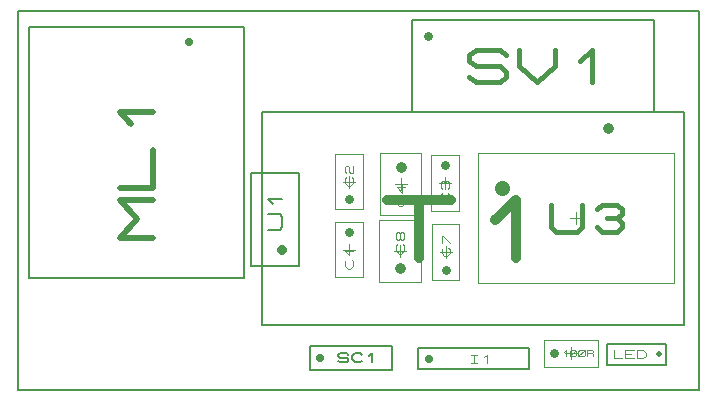
<source format=gbr>
G04 PROTEUS GERBER X2 FILE*
%TF.GenerationSoftware,Labcenter,Proteus,8.15-SP1-Build34318*%
%TF.CreationDate,2024-05-26T10:12:06+00:00*%
%TF.FileFunction,AssemblyDrawing,Top*%
%TF.FilePolarity,Positive*%
%TF.Part,Single*%
%TF.SameCoordinates,{c1c5c1e2-d9f3-4829-891e-9e67f3fcbee4}*%
%FSLAX45Y45*%
%MOMM*%
G01*
%TA.AperFunction,Profile*%
%ADD23C,0.203200*%
%TA.AperFunction,Material*%
%ADD26C,0.203200*%
%ADD56C,0.914400*%
%ADD57C,0.812190*%
%ADD58C,0.762000*%
%ADD59C,0.462270*%
%ADD60C,0.685800*%
%ADD61C,0.474420*%
%ADD62C,0.050000*%
%ADD63C,1.303020*%
%ADD64C,0.382110*%
%ADD65C,0.812800*%
%ADD66C,0.194730*%
%ADD67C,0.904240*%
%ADD68C,0.113980*%
%ADD69C,0.721360*%
%ADD74C,0.110370*%
%ADD75C,0.711200*%
%ADD76C,0.128010*%
%ADD77C,0.080270*%
%ADD78C,0.508000*%
%TD.AperFunction*%
D23*
X-4859022Y-1330960D02*
X+902970Y-1330960D01*
X+902970Y+1882140D01*
X-4859022Y+1882140D01*
X-4859022Y-1330960D01*
D26*
X-2797810Y-774700D02*
X+778510Y-774700D01*
X+778510Y+1023620D01*
X-2797810Y+1023620D01*
X-2797810Y-774700D01*
D56*
X+133350Y+886460D02*
X+133350Y+886460D01*
D57*
X-1740621Y+276677D02*
X-1192393Y+276677D01*
X-1466507Y+276677D02*
X-1466507Y-210637D01*
X-826908Y+114239D02*
X-644165Y+276677D01*
X-644165Y-210637D01*
D26*
X-1529080Y+1022350D02*
X+523240Y+1022350D01*
X+523240Y+1804670D01*
X-1529080Y+1804670D01*
X-1529080Y+1022350D01*
D58*
X-1391920Y+1667510D02*
X-1391920Y+1667510D01*
D59*
X-1039366Y+1321054D02*
X-987360Y+1274826D01*
X-779335Y+1274826D01*
X-727328Y+1321054D01*
X-727328Y+1367282D01*
X-779335Y+1413510D01*
X-987360Y+1413510D01*
X-1039366Y+1459738D01*
X-1039366Y+1505966D01*
X-987360Y+1552194D01*
X-779335Y+1552194D01*
X-727328Y+1505966D01*
X-623315Y+1552194D02*
X-623315Y+1413510D01*
X-467296Y+1274826D01*
X-311277Y+1413510D01*
X-311277Y+1552194D01*
X-103252Y+1459738D02*
X+761Y+1552194D01*
X+761Y+1274826D01*
D26*
X-4769257Y-381973D02*
X-2945257Y-381973D01*
X-2945257Y+1741187D01*
X-4769257Y+1741187D01*
X-4769257Y-381973D01*
D60*
X-3416257Y+1614187D02*
X-3416257Y+1614187D01*
D61*
X-3714929Y-41512D02*
X-3999584Y-41512D01*
X-3857257Y+118606D01*
X-3999584Y+278725D01*
X-3714929Y+278725D01*
X-3999584Y+385471D02*
X-3714929Y+385471D01*
X-3714929Y+705708D01*
X-3904699Y+919199D02*
X-3999584Y+1025945D01*
X-3714929Y+1025945D01*
D62*
X-966150Y-425540D02*
X+693850Y-425540D01*
X+693850Y+674460D01*
X-966150Y+674460D01*
X-966150Y-425540D01*
X-136150Y+174460D02*
X-136150Y+74460D01*
X-86150Y+124460D02*
X-186150Y+124460D01*
D63*
X-766150Y+378460D02*
X-766150Y+378460D01*
D64*
X-346231Y+239096D02*
X-346231Y+48036D01*
X-303243Y+9824D01*
X-131290Y+9824D01*
X-88301Y+48036D01*
X-88301Y+239096D01*
X+40664Y+200884D02*
X+83652Y+239096D01*
X+212617Y+239096D01*
X+255606Y+200884D01*
X+255606Y+162672D01*
X+212617Y+124460D01*
X+255606Y+86248D01*
X+255606Y+48036D01*
X+212617Y+9824D01*
X+83652Y+9824D01*
X+40664Y+48036D01*
X+126641Y+124460D02*
X+212617Y+124460D01*
D26*
X-2886710Y-276860D02*
X-2485390Y-276860D01*
X-2485390Y+505460D01*
X-2886710Y+505460D01*
X-2886710Y-276860D01*
D65*
X-2622550Y-139700D02*
X-2622550Y-139700D01*
D66*
X-2744470Y+27941D02*
X-2647103Y+27941D01*
X-2627630Y+49848D01*
X-2627630Y+137477D01*
X-2647103Y+159385D01*
X-2744470Y+159385D01*
X-2705523Y+247014D02*
X-2744470Y+290829D01*
X-2627630Y+290829D01*
D62*
X-1451870Y-412180D02*
X-1451870Y+107820D01*
X-1801870Y+107820D01*
X-1801870Y-412180D01*
X-1451870Y-412180D01*
X-1676870Y-152180D02*
X-1576870Y-152180D01*
X-1626870Y-102180D02*
X-1626870Y-202180D01*
D67*
X-1626870Y-297180D02*
X-1626870Y-297180D01*
D68*
X-1604072Y-96472D02*
X-1592673Y-109296D01*
X-1592673Y-147767D01*
X-1615471Y-173414D01*
X-1638269Y-173414D01*
X-1661067Y-147767D01*
X-1661067Y-109296D01*
X-1649668Y-96472D01*
X-1626870Y-45177D02*
X-1638269Y-58001D01*
X-1649668Y-58001D01*
X-1661067Y-45177D01*
X-1661067Y-6706D01*
X-1649668Y+6118D01*
X-1638269Y+6118D01*
X-1626870Y-6706D01*
X-1626870Y-45177D01*
X-1615471Y-58001D01*
X-1604072Y-58001D01*
X-1592673Y-45177D01*
X-1592673Y-6706D01*
X-1604072Y+6118D01*
X-1615471Y+6118D01*
X-1626870Y-6706D01*
D62*
X-1796790Y+676340D02*
X-1796790Y+156340D01*
X-1446790Y+156340D01*
X-1446790Y+676340D01*
X-1796790Y+676340D01*
X-1571790Y+416340D02*
X-1671790Y+416340D01*
X-1621790Y+366340D02*
X-1621790Y+466340D01*
D67*
X-1621790Y+561340D02*
X-1621790Y+561340D01*
D68*
X-1598992Y+309336D02*
X-1587593Y+296512D01*
X-1587593Y+258041D01*
X-1610391Y+232394D01*
X-1633189Y+232394D01*
X-1655987Y+258041D01*
X-1655987Y+296512D01*
X-1644588Y+309336D01*
X-1610391Y+411926D02*
X-1610391Y+334984D01*
X-1655987Y+386279D01*
X-1587593Y+386279D01*
D62*
X-1360870Y+659040D02*
X-1360870Y+189040D01*
X-1130870Y+189040D01*
X-1130870Y+659040D01*
X-1360870Y+659040D01*
X-1195870Y+424040D02*
X-1295870Y+424040D01*
X-1245870Y+374040D02*
X-1245870Y+474040D01*
D69*
X-1245870Y+574040D02*
X-1245870Y+574040D01*
D74*
X-1223796Y+337422D02*
X-1212759Y+325006D01*
X-1212759Y+287756D01*
X-1234833Y+262923D01*
X-1256907Y+262923D01*
X-1278981Y+287756D01*
X-1278981Y+325006D01*
X-1267944Y+337422D01*
X-1267944Y+374672D02*
X-1278981Y+387089D01*
X-1278981Y+424339D01*
X-1267944Y+436755D01*
X-1256907Y+436755D01*
X-1245870Y+424339D01*
X-1234833Y+436755D01*
X-1223796Y+436755D01*
X-1212759Y+424339D01*
X-1212759Y+387089D01*
X-1223796Y+374672D01*
X-1245870Y+399505D02*
X-1245870Y+424339D01*
D62*
X-1125790Y-394880D02*
X-1125790Y+75120D01*
X-1355790Y+75120D01*
X-1355790Y-394880D01*
X-1125790Y-394880D01*
X-1290790Y-159880D02*
X-1190790Y-159880D01*
X-1240790Y-109880D02*
X-1240790Y-209880D01*
D69*
X-1240790Y-309880D02*
X-1240790Y-309880D01*
D74*
X-1218716Y-122930D02*
X-1207679Y-135346D01*
X-1207679Y-172596D01*
X-1229753Y-197429D01*
X-1251827Y-197429D01*
X-1273901Y-172596D01*
X-1273901Y-135346D01*
X-1262864Y-122930D01*
X-1273901Y-85680D02*
X-1273901Y-23597D01*
X-1262864Y-23597D01*
X-1207679Y-85680D01*
D26*
X-1473200Y-1151890D02*
X-533400Y-1151890D01*
X-533400Y-974090D01*
X-1473200Y-974090D01*
X-1473200Y-1151890D01*
D75*
X-1384300Y-1062990D02*
X-1384300Y-1062990D01*
D74*
X-1027881Y-1029920D02*
X-978275Y-1029920D01*
X-1003078Y-1029920D02*
X-1003078Y-1096061D01*
X-1027881Y-1096061D02*
X-978275Y-1096061D01*
X-916267Y-1051967D02*
X-891464Y-1029920D01*
X-891464Y-1096061D01*
D26*
X-2390140Y-1155700D02*
X-1691640Y-1155700D01*
X-1691640Y-952500D01*
X-2390140Y-952500D01*
X-2390140Y-1155700D01*
D75*
X-2301240Y-1054100D02*
X-2301240Y-1054100D01*
D76*
X-2151479Y-1079703D02*
X-2137078Y-1092504D01*
X-2079471Y-1092504D01*
X-2065070Y-1079703D01*
X-2065070Y-1066901D01*
X-2079471Y-1054100D01*
X-2137078Y-1054100D01*
X-2151479Y-1041298D01*
X-2151479Y-1028497D01*
X-2137078Y-1015695D01*
X-2079471Y-1015695D01*
X-2065070Y-1028497D01*
X-1949857Y-1079703D02*
X-1964258Y-1092504D01*
X-2007463Y-1092504D01*
X-2036266Y-1066901D01*
X-2036266Y-1041298D01*
X-2007463Y-1015695D01*
X-1964258Y-1015695D01*
X-1949857Y-1028497D01*
X-1892250Y-1041298D02*
X-1863447Y-1015695D01*
X-1863447Y-1092504D01*
D62*
X-2173670Y+95160D02*
X-2173670Y-374840D01*
X-1943670Y-374840D01*
X-1943670Y+95160D01*
X-2173670Y+95160D01*
X-2008670Y-139840D02*
X-2108670Y-139840D01*
X-2058670Y-189840D02*
X-2058670Y-89840D01*
D69*
X-2058670Y+10160D02*
X-2058670Y+10160D01*
D74*
X-2036596Y-226458D02*
X-2025559Y-238874D01*
X-2025559Y-276124D01*
X-2047633Y-300957D01*
X-2069707Y-300957D01*
X-2091781Y-276124D01*
X-2091781Y-238874D01*
X-2080744Y-226458D01*
X-2069707Y-176791D02*
X-2091781Y-151958D01*
X-2025559Y-151958D01*
D62*
X-1943670Y+199480D02*
X-1943670Y+669480D01*
X-2173670Y+669480D01*
X-2173670Y+199480D01*
X-1943670Y+199480D01*
X-2108670Y+434480D02*
X-2008670Y+434480D01*
X-2058670Y+484480D02*
X-2058670Y+384480D01*
D69*
X-2058670Y+284480D02*
X-2058670Y+284480D01*
D74*
X-2036596Y+471430D02*
X-2025559Y+459014D01*
X-2025559Y+421764D01*
X-2047633Y+396931D01*
X-2069707Y+396931D01*
X-2091781Y+421764D01*
X-2091781Y+459014D01*
X-2080744Y+471430D01*
X-2080744Y+508680D02*
X-2091781Y+521097D01*
X-2091781Y+558347D01*
X-2080744Y+570763D01*
X-2069707Y+570763D01*
X-2058670Y+558347D01*
X-2058670Y+521097D01*
X-2047633Y+508680D01*
X-2025559Y+508680D01*
X-2025559Y+570763D01*
D62*
X-408088Y-1131508D02*
X+51912Y-1131508D01*
X+51912Y-901508D01*
X-408088Y-901508D01*
X-408088Y-1131508D01*
X-178088Y-966508D02*
X-178088Y-1066508D01*
X-128088Y-1016508D02*
X-228088Y-1016508D01*
D69*
X-323088Y-1016508D02*
X-323088Y-1016508D01*
D77*
X-242742Y-1008481D02*
X-224679Y-992425D01*
X-224679Y-1040592D01*
X-188554Y-1032564D02*
X-188554Y-1000453D01*
X-179523Y-992425D01*
X-143398Y-992425D01*
X-134367Y-1000453D01*
X-134367Y-1032564D01*
X-143398Y-1040592D01*
X-179523Y-1040592D01*
X-188554Y-1032564D01*
X-188554Y-1040592D02*
X-134367Y-992425D01*
X-116304Y-1032564D02*
X-116304Y-1000453D01*
X-107273Y-992425D01*
X-71148Y-992425D01*
X-62117Y-1000453D01*
X-62117Y-1032564D01*
X-71148Y-1040592D01*
X-107273Y-1040592D01*
X-116304Y-1032564D01*
X-116304Y-1040592D02*
X-62117Y-992425D01*
X-44054Y-1040592D02*
X-44054Y-992425D01*
X+1102Y-992425D01*
X+10133Y-1000453D01*
X+10133Y-1008481D01*
X+1102Y-1016508D01*
X-44054Y-1016508D01*
X+1102Y-1016508D02*
X+10133Y-1024536D01*
X+10133Y-1040592D01*
D26*
X+123952Y-1115568D02*
X+626872Y-1115568D01*
X+626872Y-937768D01*
X+123952Y-937768D01*
X+123952Y-1115568D01*
D78*
X+563372Y-1026668D02*
X+563372Y-1026668D01*
D74*
X+182144Y-993598D02*
X+182144Y-1059739D01*
X+256553Y-1059739D01*
X+355765Y-1059739D02*
X+281356Y-1059739D01*
X+281356Y-993598D01*
X+355765Y-993598D01*
X+281356Y-1026668D02*
X+330962Y-1026668D01*
X+380568Y-1059739D02*
X+380568Y-993598D01*
X+430174Y-993598D01*
X+454977Y-1015645D01*
X+454977Y-1037692D01*
X+430174Y-1059739D01*
X+380568Y-1059739D01*
M02*

</source>
